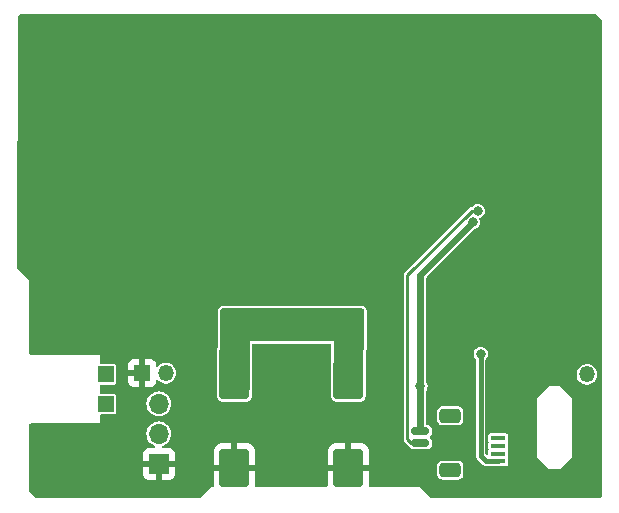
<source format=gbr>
%TF.GenerationSoftware,KiCad,Pcbnew,7.0.10*%
%TF.CreationDate,2024-04-23T21:04:17+10:00*%
%TF.ProjectId,cptibp8-pcb,63707469-6270-4382-9d70-63622e6b6963,rev?*%
%TF.SameCoordinates,Original*%
%TF.FileFunction,Copper,L1,Top*%
%TF.FilePolarity,Positive*%
%FSLAX46Y46*%
G04 Gerber Fmt 4.6, Leading zero omitted, Abs format (unit mm)*
G04 Created by KiCad (PCBNEW 7.0.10) date 2024-04-23 21:04:17*
%MOMM*%
%LPD*%
G01*
G04 APERTURE LIST*
G04 Aperture macros list*
%AMRoundRect*
0 Rectangle with rounded corners*
0 $1 Rounding radius*
0 $2 $3 $4 $5 $6 $7 $8 $9 X,Y pos of 4 corners*
0 Add a 4 corners polygon primitive as box body*
4,1,4,$2,$3,$4,$5,$6,$7,$8,$9,$2,$3,0*
0 Add four circle primitives for the rounded corners*
1,1,$1+$1,$2,$3*
1,1,$1+$1,$4,$5*
1,1,$1+$1,$6,$7*
1,1,$1+$1,$8,$9*
0 Add four rect primitives between the rounded corners*
20,1,$1+$1,$2,$3,$4,$5,0*
20,1,$1+$1,$4,$5,$6,$7,0*
20,1,$1+$1,$6,$7,$8,$9,0*
20,1,$1+$1,$8,$9,$2,$3,0*%
G04 Aperture macros list end*
%TA.AperFunction,ComponentPad*%
%ADD10R,1.350000X1.350000*%
%TD*%
%TA.AperFunction,ComponentPad*%
%ADD11O,1.350000X1.350000*%
%TD*%
%TA.AperFunction,SMDPad,CuDef*%
%ADD12RoundRect,0.250000X-1.000000X1.350000X-1.000000X-1.350000X1.000000X-1.350000X1.000000X1.350000X0*%
%TD*%
%TA.AperFunction,ComponentPad*%
%ADD13R,1.700000X1.700000*%
%TD*%
%TA.AperFunction,ComponentPad*%
%ADD14O,1.700000X1.700000*%
%TD*%
%TA.AperFunction,SMDPad,CuDef*%
%ADD15RoundRect,0.150000X-0.625000X0.150000X-0.625000X-0.150000X0.625000X-0.150000X0.625000X0.150000X0*%
%TD*%
%TA.AperFunction,SMDPad,CuDef*%
%ADD16RoundRect,0.250000X-0.650000X0.350000X-0.650000X-0.350000X0.650000X-0.350000X0.650000X0.350000X0*%
%TD*%
%TA.AperFunction,SMDPad,CuDef*%
%ADD17R,1.300000X0.400000*%
%TD*%
%TA.AperFunction,ComponentPad*%
%ADD18O,2.216000X1.108000*%
%TD*%
%TA.AperFunction,ComponentPad*%
%ADD19O,1.108000X2.216000*%
%TD*%
%TA.AperFunction,ViaPad*%
%ADD20C,0.800000*%
%TD*%
%TA.AperFunction,Conductor*%
%ADD21C,0.600000*%
%TD*%
%TA.AperFunction,Conductor*%
%ADD22C,0.250000*%
%TD*%
%TA.AperFunction,Conductor*%
%ADD23C,0.400000*%
%TD*%
G04 APERTURE END LIST*
D10*
%TO.P,J1,1,Pin_1*%
%TO.N,/VAC2*%
X8000000Y-35000000D03*
%TD*%
%TO.P,J2,1,Pin_1*%
%TO.N,/GND*%
X11100000Y-32400000D03*
D11*
%TO.P,J2,2,Pin_2*%
%TO.N,/VOUT*%
X13100000Y-32400000D03*
%TD*%
D12*
%TO.P,C8,1*%
%TO.N,/VINDC*%
X18900000Y-33000000D03*
%TO.P,C8,2*%
%TO.N,/GND*%
X18900000Y-40400000D03*
%TD*%
D13*
%TO.P,J4,1,Pin_1*%
%TO.N,/GND*%
X12500000Y-40080000D03*
D14*
%TO.P,J4,2,Pin_2*%
%TO.N,unconnected-(J4-Pin_2-Pad2)*%
X12500000Y-37540000D03*
%TO.P,J4,3,Pin_3*%
%TO.N,/VOUT*%
X12500000Y-35000000D03*
%TD*%
D10*
%TO.P,J5,1,Pin_1*%
%TO.N,/VAC1*%
X8000000Y-32500000D03*
%TD*%
D15*
%TO.P,BT1,1,Pin_1*%
%TO.N,/B+*%
X34650000Y-37300000D03*
%TO.P,BT1,2,Pin_2*%
%TO.N,/TS*%
X34650000Y-38300000D03*
%TO.P,BT1,3,Pin_3*%
%TO.N,/GND*%
X34650000Y-39300000D03*
D16*
%TO.P,BT1,MP*%
%TO.N,N/C*%
X37175000Y-36000000D03*
X37175000Y-40600000D03*
%TD*%
D17*
%TO.P,J7,1,VBUS*%
%TO.N,/VBUS1*%
X41250000Y-39850000D03*
%TO.P,J7,2,D-*%
%TO.N,unconnected-(J7-D--Pad2)*%
X41250000Y-39200000D03*
%TO.P,J7,3,D+*%
%TO.N,unconnected-(J7-D+-Pad3)*%
X41250000Y-38550000D03*
%TO.P,J7,4,ID*%
%TO.N,unconnected-(J7-ID-Pad4)*%
X41250000Y-37900000D03*
%TO.P,J7,5,GND*%
%TO.N,/GND*%
X41250000Y-37250000D03*
D18*
%TO.P,J7,SH1,SHIELD*%
X42560000Y-42160000D03*
D19*
%TO.P,J7,SH2,SHIELD__1*%
X43900000Y-39750000D03*
%TO.P,J7,SH3,SHIELD__2*%
X43900000Y-37350000D03*
D18*
%TO.P,J7,SH4,SHIELD__3*%
X42560000Y-34940000D03*
%TD*%
D10*
%TO.P,J3,1,Pin_1*%
%TO.N,/GND*%
X48750000Y-34500000D03*
D11*
%TO.P,J3,2,Pin_2*%
%TO.N,/VCC*%
X48750000Y-32500000D03*
%TD*%
D12*
%TO.P,C10,1*%
%TO.N,/VINDC*%
X28550000Y-33000000D03*
%TO.P,C10,2*%
%TO.N,/GND*%
X28550000Y-40400000D03*
%TD*%
D20*
%TO.N,/B+*%
X34650000Y-33500000D03*
X39100000Y-19600000D03*
%TO.N,/GND*%
X26500000Y-30500000D03*
X8800000Y-37300000D03*
X25275000Y-34100000D03*
X13500000Y-17800000D03*
X36000000Y-32250000D03*
X48000000Y-25250000D03*
X23075000Y-37700000D03*
X22800000Y-18200000D03*
X13500000Y-29350000D03*
X25275000Y-35300000D03*
X48700000Y-41700000D03*
X21200000Y-18200000D03*
X44000000Y-15000000D03*
X15150000Y-34350000D03*
X41750000Y-22750000D03*
X3950000Y-30050000D03*
X13700000Y-42400000D03*
X21100000Y-15600000D03*
X9500000Y-28750000D03*
X5000000Y-4000000D03*
X24200000Y-24800000D03*
X30500000Y-36750000D03*
X17200000Y-25900000D03*
X45250000Y-23250000D03*
X38000000Y-29500000D03*
X26000000Y-4000000D03*
X31000000Y-20000000D03*
X25500000Y-21100000D03*
X30800000Y-41100000D03*
X24175000Y-36400000D03*
X38500000Y-26000000D03*
X19500000Y-25900000D03*
X7000000Y-27000000D03*
X21900000Y-25900000D03*
X35000000Y-15000000D03*
X21975000Y-36400000D03*
X30800000Y-39850000D03*
X5000000Y-10000000D03*
X19600000Y-18200000D03*
X31000000Y-27000000D03*
X24300000Y-21400000D03*
X45000000Y-4000000D03*
X33750000Y-19750000D03*
X23075000Y-36400000D03*
%TO.N,/TS*%
X39500000Y-18650000D03*
%TO.N,/VINDC*%
X23700000Y-27600000D03*
X20100000Y-27600000D03*
X18400000Y-27600000D03*
X21900000Y-27600000D03*
%TO.N,/VBUS1*%
X39750000Y-30750000D03*
%TD*%
D21*
%TO.N,/B+*%
X34650000Y-33500000D02*
X34650000Y-24050000D01*
X34650000Y-24050000D02*
X39100000Y-19600000D01*
X34650000Y-33500000D02*
X34650000Y-37300000D01*
D22*
%TO.N,/TS*%
X39024695Y-18650000D02*
X33550000Y-24124695D01*
X33875001Y-38300000D02*
X34650000Y-38300000D01*
X33550000Y-37974999D02*
X33875001Y-38300000D01*
X33550000Y-24124695D02*
X33550000Y-37974999D01*
X39500000Y-18650000D02*
X39024695Y-18650000D01*
D23*
%TO.N,/VBUS1*%
X40200000Y-39850000D02*
X41250000Y-39850000D01*
X39750000Y-39400000D02*
X40200000Y-39850000D01*
X39750000Y-30750000D02*
X39750000Y-39400000D01*
%TD*%
%TA.AperFunction,Conductor*%
%TO.N,/VINDC*%
G36*
X29656097Y-26901936D02*
G01*
X29683253Y-26907386D01*
X29723453Y-26915456D01*
X29759403Y-26930496D01*
X29808005Y-26963344D01*
X29835363Y-26991089D01*
X29867525Y-27040152D01*
X29882058Y-27076311D01*
X29894629Y-27143852D01*
X29896290Y-27163361D01*
X29803608Y-33743859D01*
X29801470Y-33762974D01*
X29787485Y-33829016D01*
X29772461Y-33864232D01*
X29740006Y-33911890D01*
X29712743Y-33938770D01*
X29664632Y-33970550D01*
X29629211Y-33985076D01*
X29562975Y-33998131D01*
X29543831Y-34000000D01*
X27559752Y-34000000D01*
X27540438Y-33998098D01*
X27518067Y-33993648D01*
X27473641Y-33984811D01*
X27437954Y-33970028D01*
X27389596Y-33937716D01*
X27362283Y-33910403D01*
X27329971Y-33862045D01*
X27315188Y-33826356D01*
X27301902Y-33759561D01*
X27300000Y-33740248D01*
X27300000Y-29950001D01*
X27300000Y-29950000D01*
X27300000Y-29700000D01*
X27050002Y-29700000D01*
X20449997Y-29700000D01*
X20200000Y-29700000D01*
X20200000Y-29949997D01*
X20200000Y-33740248D01*
X20198098Y-33759563D01*
X20184811Y-33826358D01*
X20170028Y-33862045D01*
X20137716Y-33910403D01*
X20110403Y-33937716D01*
X20062045Y-33970028D01*
X20026358Y-33984811D01*
X19975997Y-33994828D01*
X19959561Y-33998098D01*
X19940248Y-34000000D01*
X17863386Y-34000000D01*
X17843902Y-33998064D01*
X17776546Y-33984543D01*
X17740594Y-33969502D01*
X17691994Y-33936655D01*
X17664636Y-33908910D01*
X17632472Y-33859845D01*
X17617941Y-33823688D01*
X17606005Y-33759561D01*
X17605369Y-33756142D01*
X17603709Y-33736644D01*
X17696392Y-27156130D01*
X17698527Y-27137034D01*
X17712515Y-27070978D01*
X17727534Y-27035774D01*
X17759997Y-26988104D01*
X17787256Y-26961229D01*
X17835367Y-26929449D01*
X17870787Y-26914922D01*
X17937026Y-26901868D01*
X17956169Y-26900000D01*
X29636614Y-26900000D01*
X29656097Y-26901936D01*
G37*
%TD.AperFunction*%
%TD*%
%TA.AperFunction,Conductor*%
%TO.N,/GND*%
G36*
X49406008Y-2001901D02*
G01*
X49472803Y-2015188D01*
X49508490Y-2029970D01*
X49565113Y-2067804D01*
X49580116Y-2080116D01*
X49919883Y-2419883D01*
X49932195Y-2434886D01*
X49970029Y-2491509D01*
X49984811Y-2527195D01*
X49998098Y-2593990D01*
X50000000Y-2613305D01*
X50000000Y-42740248D01*
X49998098Y-42759563D01*
X49984811Y-42826358D01*
X49970028Y-42862045D01*
X49937716Y-42910403D01*
X49910403Y-42937716D01*
X49862045Y-42970028D01*
X49826358Y-42984811D01*
X49775997Y-42994828D01*
X49759561Y-42998098D01*
X49740248Y-43000000D01*
X35613305Y-43000000D01*
X35593992Y-42998098D01*
X35571644Y-42993653D01*
X35527195Y-42984811D01*
X35491509Y-42970029D01*
X35434886Y-42932195D01*
X35419883Y-42919883D01*
X35240248Y-42740248D01*
X34573223Y-42073223D01*
X34500000Y-42000000D01*
X34396447Y-42000000D01*
X30389195Y-42000000D01*
X30331004Y-41981093D01*
X30295040Y-41931593D01*
X30290708Y-41890938D01*
X30300000Y-41799987D01*
X30300000Y-41004274D01*
X36074500Y-41004274D01*
X36077353Y-41034694D01*
X36077355Y-41034703D01*
X36122207Y-41162883D01*
X36202845Y-41272144D01*
X36202847Y-41272146D01*
X36202850Y-41272150D01*
X36202853Y-41272152D01*
X36202855Y-41272154D01*
X36312116Y-41352792D01*
X36312117Y-41352792D01*
X36312118Y-41352793D01*
X36440301Y-41397646D01*
X36470725Y-41400499D01*
X36470727Y-41400500D01*
X36470734Y-41400500D01*
X37879273Y-41400500D01*
X37879273Y-41400499D01*
X37909699Y-41397646D01*
X38037882Y-41352793D01*
X38147150Y-41272150D01*
X38227793Y-41162882D01*
X38272646Y-41034699D01*
X38275499Y-41004273D01*
X38275500Y-41004273D01*
X38275500Y-40195727D01*
X38275499Y-40195725D01*
X38274868Y-40188998D01*
X38272646Y-40165301D01*
X38227793Y-40037118D01*
X38147150Y-39927850D01*
X38147146Y-39927847D01*
X38147144Y-39927845D01*
X38037883Y-39847207D01*
X37909703Y-39802355D01*
X37909694Y-39802353D01*
X37879274Y-39799500D01*
X37879266Y-39799500D01*
X36470734Y-39799500D01*
X36470725Y-39799500D01*
X36440305Y-39802353D01*
X36440296Y-39802355D01*
X36312116Y-39847207D01*
X36202855Y-39927845D01*
X36202845Y-39927855D01*
X36122207Y-40037116D01*
X36077355Y-40165296D01*
X36077353Y-40165305D01*
X36074500Y-40195725D01*
X36074500Y-41004274D01*
X30300000Y-41004274D01*
X30300000Y-40650001D01*
X30299999Y-40650000D01*
X26800002Y-40650000D01*
X26800001Y-40650001D01*
X26800001Y-41799985D01*
X26809293Y-41890938D01*
X26796398Y-41950749D01*
X26750810Y-41991558D01*
X26710806Y-42000000D01*
X20739195Y-42000000D01*
X20681004Y-41981093D01*
X20645040Y-41931593D01*
X20640708Y-41890938D01*
X20650000Y-41799987D01*
X20650000Y-40650001D01*
X20649999Y-40650000D01*
X17150002Y-40650000D01*
X17150001Y-40650001D01*
X17150001Y-41799986D01*
X17159949Y-41897371D01*
X17147054Y-41957182D01*
X17101465Y-41997990D01*
X17095106Y-42000000D01*
X17000000Y-42000000D01*
X16926780Y-42073219D01*
X16926777Y-42073222D01*
X16080115Y-42919883D01*
X16065113Y-42932195D01*
X16008490Y-42970029D01*
X15972804Y-42984811D01*
X15922865Y-42994744D01*
X15906007Y-42998098D01*
X15886695Y-43000000D01*
X2213305Y-43000000D01*
X2193992Y-42998098D01*
X2171644Y-42993653D01*
X2127195Y-42984811D01*
X2091509Y-42970029D01*
X2034886Y-42932195D01*
X2019883Y-42919883D01*
X1580116Y-42480116D01*
X1567804Y-42465113D01*
X1529970Y-42408490D01*
X1515188Y-42372802D01*
X1501902Y-42306007D01*
X1500000Y-42286694D01*
X1500000Y-40977824D01*
X11149999Y-40977824D01*
X11156401Y-41037370D01*
X11156403Y-41037381D01*
X11206646Y-41172088D01*
X11206647Y-41172090D01*
X11292807Y-41287184D01*
X11292815Y-41287192D01*
X11407909Y-41373352D01*
X11407911Y-41373353D01*
X11542618Y-41423596D01*
X11542629Y-41423598D01*
X11602176Y-41430000D01*
X12249999Y-41430000D01*
X12250000Y-41429999D01*
X12250000Y-40515501D01*
X12357685Y-40564680D01*
X12464237Y-40580000D01*
X12535763Y-40580000D01*
X12642315Y-40564680D01*
X12750000Y-40515501D01*
X12750000Y-41429999D01*
X12750001Y-41430000D01*
X13397824Y-41430000D01*
X13457370Y-41423598D01*
X13457381Y-41423596D01*
X13592088Y-41373353D01*
X13592090Y-41373352D01*
X13707184Y-41287192D01*
X13707192Y-41287184D01*
X13793352Y-41172090D01*
X13793353Y-41172088D01*
X13843596Y-41037381D01*
X13843598Y-41037370D01*
X13850000Y-40977824D01*
X13850000Y-40330001D01*
X13849999Y-40330000D01*
X12933686Y-40330000D01*
X12959493Y-40289844D01*
X13000000Y-40151889D01*
X13000000Y-40149999D01*
X17150000Y-40149999D01*
X17150001Y-40150000D01*
X18649999Y-40150000D01*
X18650000Y-40149999D01*
X19150000Y-40149999D01*
X19150001Y-40150000D01*
X20649998Y-40150000D01*
X20649999Y-40149999D01*
X26800000Y-40149999D01*
X26800001Y-40150000D01*
X28299999Y-40150000D01*
X28300000Y-40149999D01*
X28800000Y-40149999D01*
X28800001Y-40150000D01*
X30299998Y-40150000D01*
X30299999Y-40149999D01*
X30299999Y-39000013D01*
X30289507Y-38897312D01*
X30289504Y-38897300D01*
X30234356Y-38730875D01*
X30142319Y-38581659D01*
X30018340Y-38457680D01*
X29869124Y-38365643D01*
X29702693Y-38310493D01*
X29599987Y-38300000D01*
X28800001Y-38300000D01*
X28800000Y-38300001D01*
X28800000Y-40149999D01*
X28300000Y-40149999D01*
X28300000Y-38300001D01*
X28299999Y-38300000D01*
X27500013Y-38300000D01*
X27397312Y-38310492D01*
X27397300Y-38310495D01*
X27230875Y-38365643D01*
X27081659Y-38457680D01*
X26957680Y-38581659D01*
X26865643Y-38730875D01*
X26810493Y-38897306D01*
X26800000Y-39000012D01*
X26800000Y-40149999D01*
X20649999Y-40149999D01*
X20649999Y-39000013D01*
X20639507Y-38897312D01*
X20639504Y-38897300D01*
X20584356Y-38730875D01*
X20492319Y-38581659D01*
X20368340Y-38457680D01*
X20219124Y-38365643D01*
X20052693Y-38310493D01*
X19949987Y-38300000D01*
X19150001Y-38300000D01*
X19150000Y-38300001D01*
X19150000Y-40149999D01*
X18650000Y-40149999D01*
X18650000Y-38300001D01*
X18649999Y-38300000D01*
X17850013Y-38300000D01*
X17747312Y-38310492D01*
X17747300Y-38310495D01*
X17580875Y-38365643D01*
X17431659Y-38457680D01*
X17307680Y-38581659D01*
X17215643Y-38730875D01*
X17160493Y-38897306D01*
X17150000Y-39000012D01*
X17150000Y-40149999D01*
X13000000Y-40149999D01*
X13000000Y-40008111D01*
X12959493Y-39870156D01*
X12933686Y-39830000D01*
X13849999Y-39830000D01*
X13850000Y-39829999D01*
X13850000Y-39182175D01*
X13843598Y-39122629D01*
X13843596Y-39122618D01*
X13793353Y-38987911D01*
X13793352Y-38987909D01*
X13707192Y-38872815D01*
X13707184Y-38872807D01*
X13592090Y-38786647D01*
X13592088Y-38786646D01*
X13457381Y-38736403D01*
X13457370Y-38736401D01*
X13397824Y-38730000D01*
X12863361Y-38730000D01*
X12805170Y-38711093D01*
X12769206Y-38661593D01*
X12769206Y-38600407D01*
X12805170Y-38550907D01*
X12834623Y-38536263D01*
X12903954Y-38515232D01*
X13086450Y-38417685D01*
X13246410Y-38286410D01*
X13377685Y-38126450D01*
X13443241Y-38003805D01*
X33220736Y-38003805D01*
X33230795Y-38041349D01*
X33232664Y-38049778D01*
X33239411Y-38088044D01*
X33240164Y-38089347D01*
X33250054Y-38113223D01*
X33250443Y-38114678D01*
X33250446Y-38114684D01*
X33272732Y-38146511D01*
X33277372Y-38153794D01*
X33296806Y-38187454D01*
X33326569Y-38212428D01*
X33332938Y-38218263D01*
X33631731Y-38517056D01*
X33637565Y-38523423D01*
X33662546Y-38553194D01*
X33667526Y-38556069D01*
X33668087Y-38556393D01*
X33707530Y-38598651D01*
X33722394Y-38629056D01*
X33735802Y-38656483D01*
X33818517Y-38739198D01*
X33872285Y-38765483D01*
X33923604Y-38790572D01*
X33923605Y-38790572D01*
X33923607Y-38790573D01*
X33991740Y-38800500D01*
X33991743Y-38800500D01*
X35308257Y-38800500D01*
X35308260Y-38800500D01*
X35376393Y-38790573D01*
X35481483Y-38739198D01*
X35564198Y-38656483D01*
X35615573Y-38551393D01*
X35625500Y-38483260D01*
X35625500Y-38116740D01*
X35615573Y-38048607D01*
X35564198Y-37943517D01*
X35490682Y-37870001D01*
X35462907Y-37815487D01*
X35472478Y-37755055D01*
X35490681Y-37729999D01*
X35564198Y-37656483D01*
X35615573Y-37551393D01*
X35625500Y-37483260D01*
X35625500Y-37116740D01*
X35615573Y-37048607D01*
X35564198Y-36943517D01*
X35481483Y-36860802D01*
X35479333Y-36859751D01*
X35376395Y-36809427D01*
X35349139Y-36805456D01*
X35308260Y-36799500D01*
X35308257Y-36799500D01*
X35249500Y-36799500D01*
X35191309Y-36780593D01*
X35155345Y-36731093D01*
X35150500Y-36700500D01*
X35150500Y-36404274D01*
X36074500Y-36404274D01*
X36077353Y-36434694D01*
X36077355Y-36434703D01*
X36122207Y-36562883D01*
X36202845Y-36672144D01*
X36202847Y-36672146D01*
X36202850Y-36672150D01*
X36202853Y-36672152D01*
X36202855Y-36672154D01*
X36312116Y-36752792D01*
X36312117Y-36752792D01*
X36312118Y-36752793D01*
X36440301Y-36797646D01*
X36470725Y-36800499D01*
X36470727Y-36800500D01*
X36470734Y-36800500D01*
X37879273Y-36800500D01*
X37879273Y-36800499D01*
X37909699Y-36797646D01*
X38037882Y-36752793D01*
X38147150Y-36672150D01*
X38227793Y-36562882D01*
X38272646Y-36434699D01*
X38275499Y-36404273D01*
X38275500Y-36404273D01*
X38275500Y-35595727D01*
X38275499Y-35595725D01*
X38272646Y-35565301D01*
X38227793Y-35437118D01*
X38147150Y-35327850D01*
X38147146Y-35327847D01*
X38147144Y-35327845D01*
X38037883Y-35247207D01*
X37909703Y-35202355D01*
X37909694Y-35202353D01*
X37879274Y-35199500D01*
X37879266Y-35199500D01*
X36470734Y-35199500D01*
X36470725Y-35199500D01*
X36440305Y-35202353D01*
X36440296Y-35202355D01*
X36312116Y-35247207D01*
X36202855Y-35327845D01*
X36202845Y-35327855D01*
X36122207Y-35437116D01*
X36077355Y-35565296D01*
X36077353Y-35565305D01*
X36074500Y-35595725D01*
X36074500Y-36404274D01*
X35150500Y-36404274D01*
X35150500Y-33867771D01*
X35169407Y-33809580D01*
X35170960Y-33807501D01*
X35171533Y-33806754D01*
X35174536Y-33802841D01*
X35235044Y-33656762D01*
X35255682Y-33500000D01*
X35235044Y-33343238D01*
X35174536Y-33197159D01*
X35174534Y-33197154D01*
X35170955Y-33192490D01*
X35150534Y-33134814D01*
X35150500Y-33132227D01*
X35150500Y-30750000D01*
X39144318Y-30750000D01*
X39164955Y-30906758D01*
X39164957Y-30906766D01*
X39225462Y-31052838D01*
X39225462Y-31052839D01*
X39325668Y-31183431D01*
X39324283Y-31184493D01*
X39348279Y-31231569D01*
X39349500Y-31247071D01*
X39349500Y-39463437D01*
X39356953Y-39486374D01*
X39360579Y-39501474D01*
X39364354Y-39525306D01*
X39375301Y-39546788D01*
X39381247Y-39561142D01*
X39388703Y-39584088D01*
X39388702Y-39584088D01*
X39402884Y-39603608D01*
X39410997Y-39616847D01*
X39421950Y-39638342D01*
X39421951Y-39638343D01*
X39442030Y-39658423D01*
X39442031Y-39658423D01*
X39442032Y-39658424D01*
X39442031Y-39658424D01*
X39871949Y-40088341D01*
X39871950Y-40088343D01*
X39933607Y-40149999D01*
X39961658Y-40178050D01*
X39983152Y-40189001D01*
X39996398Y-40197119D01*
X40015905Y-40211293D01*
X40015906Y-40211293D01*
X40015910Y-40211296D01*
X40038849Y-40218748D01*
X40053201Y-40224694D01*
X40074691Y-40235644D01*
X40074693Y-40235644D01*
X40074696Y-40235646D01*
X40098517Y-40239418D01*
X40113613Y-40243042D01*
X40136567Y-40250500D01*
X40136569Y-40250500D01*
X41919747Y-40250500D01*
X41919748Y-40250500D01*
X41978231Y-40238867D01*
X42044552Y-40194552D01*
X42088867Y-40128231D01*
X42100500Y-40069748D01*
X42100500Y-39630252D01*
X42088867Y-39571769D01*
X42088864Y-39571765D01*
X42085187Y-39562887D01*
X42080386Y-39501890D01*
X42081000Y-39500000D01*
X44500000Y-39500000D01*
X45500000Y-40500000D01*
X45500001Y-40500000D01*
X46499999Y-40500000D01*
X46500000Y-40500000D01*
X47500000Y-39500000D01*
X47500000Y-34500000D01*
X46500000Y-33500000D01*
X45500000Y-33500000D01*
X44500000Y-34500000D01*
X44500000Y-39500000D01*
X42081000Y-39500000D01*
X42085187Y-39487113D01*
X42088863Y-39478236D01*
X42088867Y-39478231D01*
X42100500Y-39419748D01*
X42100500Y-38980252D01*
X42088867Y-38921769D01*
X42088864Y-38921765D01*
X42085187Y-38912887D01*
X42080386Y-38851890D01*
X42085187Y-38837113D01*
X42088863Y-38828236D01*
X42088867Y-38828231D01*
X42100500Y-38769748D01*
X42100500Y-38330252D01*
X42088867Y-38271769D01*
X42088864Y-38271765D01*
X42085187Y-38262887D01*
X42080386Y-38201890D01*
X42085187Y-38187113D01*
X42088863Y-38178236D01*
X42088867Y-38178231D01*
X42100500Y-38119748D01*
X42100500Y-37680252D01*
X42088867Y-37621769D01*
X42044552Y-37555448D01*
X42044548Y-37555445D01*
X41978233Y-37511134D01*
X41978231Y-37511133D01*
X41978228Y-37511132D01*
X41978227Y-37511132D01*
X41919758Y-37499501D01*
X41919748Y-37499500D01*
X40580252Y-37499500D01*
X40580251Y-37499500D01*
X40580241Y-37499501D01*
X40521772Y-37511132D01*
X40521766Y-37511134D01*
X40455451Y-37555445D01*
X40455445Y-37555451D01*
X40411134Y-37621766D01*
X40411132Y-37621772D01*
X40399501Y-37680241D01*
X40399500Y-37680253D01*
X40399500Y-38119746D01*
X40399501Y-38119758D01*
X40411132Y-38178230D01*
X40414814Y-38187119D01*
X40419611Y-38248116D01*
X40414814Y-38262881D01*
X40411132Y-38271769D01*
X40399501Y-38330241D01*
X40399500Y-38330253D01*
X40399500Y-38769746D01*
X40399501Y-38769758D01*
X40411132Y-38828230D01*
X40414814Y-38837119D01*
X40419611Y-38898116D01*
X40414814Y-38912881D01*
X40411132Y-38921769D01*
X40399501Y-38980241D01*
X40399500Y-38980253D01*
X40399500Y-39244100D01*
X40380593Y-39302291D01*
X40331093Y-39338255D01*
X40269907Y-39338255D01*
X40230497Y-39314104D01*
X40179495Y-39263102D01*
X40151719Y-39208587D01*
X40150500Y-39193100D01*
X40150500Y-32500000D01*
X47869678Y-32500000D01*
X47888916Y-32683034D01*
X47945784Y-32858054D01*
X47945790Y-32858068D01*
X47990861Y-32936131D01*
X48037805Y-33017440D01*
X48132693Y-33122824D01*
X48143488Y-33134814D01*
X48160950Y-33154207D01*
X48309839Y-33262381D01*
X48309843Y-33262383D01*
X48309845Y-33262384D01*
X48365485Y-33287156D01*
X48477966Y-33337236D01*
X48657981Y-33375500D01*
X48657983Y-33375500D01*
X48842017Y-33375500D01*
X48842019Y-33375500D01*
X49022034Y-33337236D01*
X49190161Y-33262381D01*
X49339050Y-33154207D01*
X49462195Y-33017440D01*
X49554214Y-32858059D01*
X49611085Y-32683029D01*
X49630322Y-32500000D01*
X49611085Y-32316971D01*
X49554214Y-32141941D01*
X49554211Y-32141936D01*
X49554209Y-32141931D01*
X49480829Y-32014835D01*
X49462195Y-31982560D01*
X49339050Y-31845793D01*
X49190161Y-31737619D01*
X49190157Y-31737617D01*
X49190154Y-31737615D01*
X49022036Y-31662765D01*
X49022034Y-31662764D01*
X49022031Y-31662763D01*
X49022030Y-31662763D01*
X48975135Y-31652795D01*
X48842019Y-31624500D01*
X48657981Y-31624500D01*
X48560797Y-31645157D01*
X48477969Y-31662763D01*
X48477963Y-31662765D01*
X48309845Y-31737615D01*
X48309842Y-31737617D01*
X48309839Y-31737618D01*
X48309839Y-31737619D01*
X48298587Y-31745794D01*
X48160948Y-31845794D01*
X48037803Y-31982562D01*
X48037803Y-31982563D01*
X47945790Y-32141931D01*
X47945784Y-32141945D01*
X47888916Y-32316965D01*
X47888915Y-32316969D01*
X47888915Y-32316971D01*
X47877974Y-32421073D01*
X47869678Y-32500000D01*
X40150500Y-32500000D01*
X40150500Y-31247071D01*
X40169407Y-31188880D01*
X40176715Y-31180324D01*
X40178282Y-31178282D01*
X40274536Y-31052841D01*
X40335044Y-30906762D01*
X40355682Y-30750000D01*
X40335044Y-30593238D01*
X40274537Y-30447161D01*
X40274537Y-30447160D01*
X40178286Y-30321723D01*
X40178285Y-30321722D01*
X40178282Y-30321718D01*
X40178277Y-30321714D01*
X40178276Y-30321713D01*
X40052838Y-30225462D01*
X39906766Y-30164957D01*
X39906758Y-30164955D01*
X39750001Y-30144318D01*
X39749999Y-30144318D01*
X39593241Y-30164955D01*
X39593233Y-30164957D01*
X39447161Y-30225462D01*
X39447160Y-30225462D01*
X39321723Y-30321713D01*
X39321713Y-30321723D01*
X39225462Y-30447160D01*
X39225462Y-30447161D01*
X39164957Y-30593233D01*
X39164955Y-30593241D01*
X39144318Y-30749999D01*
X39144318Y-30750000D01*
X35150500Y-30750000D01*
X35150500Y-24298320D01*
X35169407Y-24240129D01*
X35179490Y-24228322D01*
X39193854Y-20213957D01*
X39248369Y-20186182D01*
X39250859Y-20185820D01*
X39256762Y-20185044D01*
X39402841Y-20124536D01*
X39528282Y-20028282D01*
X39624536Y-19902841D01*
X39685044Y-19756762D01*
X39705682Y-19600000D01*
X39685044Y-19443238D01*
X39645179Y-19346997D01*
X39640379Y-19286001D01*
X39672349Y-19233832D01*
X39698757Y-19217648D01*
X39802841Y-19174536D01*
X39928282Y-19078282D01*
X40024536Y-18952841D01*
X40085044Y-18806762D01*
X40105682Y-18650000D01*
X40085044Y-18493238D01*
X40057429Y-18426570D01*
X40024537Y-18347161D01*
X40024537Y-18347160D01*
X39928286Y-18221723D01*
X39928285Y-18221722D01*
X39928282Y-18221718D01*
X39928277Y-18221714D01*
X39928276Y-18221713D01*
X39802838Y-18125462D01*
X39656766Y-18064957D01*
X39656758Y-18064955D01*
X39500001Y-18044318D01*
X39499999Y-18044318D01*
X39343241Y-18064955D01*
X39343233Y-18064957D01*
X39197161Y-18125462D01*
X39197160Y-18125462D01*
X39071723Y-18221713D01*
X39071712Y-18221724D01*
X39016157Y-18294124D01*
X38965732Y-18328779D01*
X38963241Y-18329482D01*
X38958345Y-18330794D01*
X38949914Y-18332663D01*
X38911656Y-18339410D01*
X38911643Y-18339414D01*
X38910335Y-18340170D01*
X38886481Y-18350051D01*
X38885019Y-18350442D01*
X38885012Y-18350445D01*
X38885011Y-18350446D01*
X38853170Y-18372740D01*
X38845900Y-18377371D01*
X38812240Y-18396805D01*
X38787264Y-18426570D01*
X38781431Y-18432936D01*
X33332940Y-23881427D01*
X33326574Y-23887259D01*
X33296807Y-23912237D01*
X33296805Y-23912239D01*
X33277371Y-23945900D01*
X33272740Y-23953170D01*
X33250446Y-23985011D01*
X33250446Y-23985012D01*
X33250442Y-23985019D01*
X33250051Y-23986481D01*
X33240170Y-24010335D01*
X33239414Y-24011643D01*
X33239410Y-24011655D01*
X33232662Y-24049918D01*
X33230794Y-24058344D01*
X33220736Y-24095882D01*
X33220736Y-24095889D01*
X33224123Y-24134599D01*
X33224500Y-24143228D01*
X33224500Y-37956464D01*
X33224123Y-37965093D01*
X33220736Y-38003804D01*
X33220736Y-38003805D01*
X13443241Y-38003805D01*
X13475232Y-37943954D01*
X13535300Y-37745934D01*
X13535301Y-37745929D01*
X13555583Y-37540003D01*
X13555583Y-37539996D01*
X13535301Y-37334070D01*
X13535300Y-37334065D01*
X13517078Y-37273997D01*
X13475232Y-37136046D01*
X13377685Y-36953550D01*
X13369451Y-36943517D01*
X13252080Y-36800499D01*
X13246410Y-36793590D01*
X13203885Y-36758691D01*
X13086452Y-36662316D01*
X12903954Y-36564768D01*
X12705934Y-36504699D01*
X12705929Y-36504698D01*
X12500003Y-36484417D01*
X12499997Y-36484417D01*
X12294070Y-36504698D01*
X12294065Y-36504699D01*
X12096045Y-36564768D01*
X11913547Y-36662316D01*
X11753595Y-36793585D01*
X11753585Y-36793595D01*
X11622316Y-36953547D01*
X11524768Y-37136045D01*
X11464699Y-37334065D01*
X11464698Y-37334070D01*
X11444417Y-37539996D01*
X11444417Y-37540003D01*
X11464698Y-37745929D01*
X11464699Y-37745934D01*
X11524768Y-37943954D01*
X11622316Y-38126452D01*
X11753585Y-38286404D01*
X11753590Y-38286410D01*
X11753595Y-38286414D01*
X11913547Y-38417683D01*
X11913548Y-38417683D01*
X11913550Y-38417685D01*
X12096046Y-38515232D01*
X12165377Y-38536263D01*
X12215574Y-38571248D01*
X12235620Y-38629056D01*
X12217859Y-38687607D01*
X12169075Y-38724536D01*
X12136639Y-38730000D01*
X11602176Y-38730000D01*
X11542629Y-38736401D01*
X11542618Y-38736403D01*
X11407911Y-38786646D01*
X11407909Y-38786647D01*
X11292815Y-38872807D01*
X11292807Y-38872815D01*
X11206647Y-38987909D01*
X11206646Y-38987911D01*
X11156403Y-39122618D01*
X11156401Y-39122629D01*
X11150000Y-39182175D01*
X11150000Y-39829999D01*
X11150001Y-39830000D01*
X12066314Y-39830000D01*
X12040507Y-39870156D01*
X12000000Y-40008111D01*
X12000000Y-40151889D01*
X12040507Y-40289844D01*
X12066314Y-40330000D01*
X11150001Y-40330000D01*
X11150000Y-40330001D01*
X11150000Y-40977824D01*
X11149999Y-40977824D01*
X1500000Y-40977824D01*
X1500000Y-36859751D01*
X1501902Y-36840438D01*
X1511009Y-36794655D01*
X1515188Y-36773641D01*
X1529971Y-36737954D01*
X1534556Y-36731093D01*
X1562283Y-36689596D01*
X1589596Y-36662283D01*
X1593148Y-36659909D01*
X1637955Y-36629970D01*
X1673641Y-36615188D01*
X1708711Y-36608212D01*
X1740439Y-36601902D01*
X1759752Y-36600000D01*
X7249999Y-36600000D01*
X7250000Y-36600000D01*
X7500000Y-36600000D01*
X7500000Y-35974500D01*
X7518907Y-35916309D01*
X7568407Y-35880345D01*
X7599000Y-35875500D01*
X8694747Y-35875500D01*
X8694748Y-35875500D01*
X8753231Y-35863867D01*
X8819552Y-35819552D01*
X8863867Y-35753231D01*
X8875500Y-35694748D01*
X8875500Y-35000003D01*
X11444417Y-35000003D01*
X11464698Y-35205929D01*
X11464699Y-35205934D01*
X11524768Y-35403954D01*
X11622316Y-35586452D01*
X11715565Y-35700076D01*
X11753590Y-35746410D01*
X11761904Y-35753233D01*
X11913547Y-35877683D01*
X11913548Y-35877683D01*
X11913550Y-35877685D01*
X12096046Y-35975232D01*
X12227198Y-36015016D01*
X12294065Y-36035300D01*
X12294070Y-36035301D01*
X12499997Y-36055583D01*
X12500000Y-36055583D01*
X12500003Y-36055583D01*
X12705929Y-36035301D01*
X12705934Y-36035300D01*
X12903954Y-35975232D01*
X13086450Y-35877685D01*
X13246410Y-35746410D01*
X13377685Y-35586450D01*
X13475232Y-35403954D01*
X13535300Y-35205934D01*
X13535301Y-35205929D01*
X13555583Y-35000003D01*
X13555583Y-34999996D01*
X13535301Y-34794070D01*
X13535300Y-34794065D01*
X13498319Y-34672154D01*
X13475232Y-34596046D01*
X13377685Y-34413550D01*
X13370072Y-34404274D01*
X13246414Y-34253595D01*
X13246410Y-34253590D01*
X13238095Y-34246766D01*
X13086452Y-34122316D01*
X12903954Y-34024768D01*
X12705934Y-33964699D01*
X12705929Y-33964698D01*
X12500003Y-33944417D01*
X12499997Y-33944417D01*
X12294070Y-33964698D01*
X12294065Y-33964699D01*
X12096045Y-34024768D01*
X11913547Y-34122316D01*
X11753595Y-34253585D01*
X11753585Y-34253595D01*
X11622316Y-34413547D01*
X11524768Y-34596045D01*
X11464699Y-34794065D01*
X11464698Y-34794070D01*
X11444417Y-34999996D01*
X11444417Y-35000003D01*
X8875500Y-35000003D01*
X8875500Y-34305252D01*
X8874531Y-34300383D01*
X8872711Y-34291231D01*
X8863867Y-34246769D01*
X8819552Y-34180448D01*
X8819548Y-34180445D01*
X8753233Y-34136134D01*
X8753231Y-34136133D01*
X8753228Y-34136132D01*
X8753227Y-34136132D01*
X8694758Y-34124501D01*
X8694748Y-34124500D01*
X7599000Y-34124500D01*
X7540809Y-34105593D01*
X7504845Y-34056093D01*
X7500000Y-34025500D01*
X7500000Y-33733750D01*
X17398229Y-33733750D01*
X17398690Y-33746741D01*
X17398950Y-33754076D01*
X17398952Y-33754103D01*
X17400610Y-33773585D01*
X17403336Y-33793731D01*
X17415911Y-33861293D01*
X17427264Y-33900322D01*
X17427265Y-33900326D01*
X17442359Y-33937883D01*
X17449500Y-33974800D01*
X17449500Y-34404274D01*
X17452353Y-34434694D01*
X17452355Y-34434703D01*
X17497207Y-34562883D01*
X17577845Y-34672144D01*
X17577847Y-34672146D01*
X17577850Y-34672150D01*
X17577853Y-34672152D01*
X17577855Y-34672154D01*
X17687116Y-34752792D01*
X17687117Y-34752792D01*
X17687118Y-34752793D01*
X17815301Y-34797646D01*
X17845725Y-34800499D01*
X17845727Y-34800500D01*
X17845734Y-34800500D01*
X19954273Y-34800500D01*
X19954273Y-34800499D01*
X19984699Y-34797646D01*
X20112882Y-34752793D01*
X20222150Y-34672150D01*
X20302793Y-34562882D01*
X20347646Y-34434699D01*
X20350499Y-34404273D01*
X20350500Y-34404273D01*
X20350500Y-33982760D01*
X20359403Y-33943122D01*
X20358953Y-33942936D01*
X20361629Y-33936476D01*
X20374666Y-33905004D01*
X20386362Y-33866451D01*
X20399649Y-33799656D01*
X20402609Y-33779702D01*
X20404511Y-33760387D01*
X20405500Y-33740248D01*
X20405500Y-30004500D01*
X20424407Y-29946309D01*
X20473907Y-29910345D01*
X20504500Y-29905500D01*
X26995500Y-29905500D01*
X27053691Y-29924407D01*
X27089655Y-29973907D01*
X27094500Y-30004500D01*
X27094500Y-33740243D01*
X27095489Y-33760395D01*
X27095489Y-33760396D01*
X27097389Y-33779689D01*
X27097390Y-33779696D01*
X27098429Y-33786698D01*
X27099500Y-33801224D01*
X27099500Y-34404274D01*
X27102353Y-34434694D01*
X27102355Y-34434703D01*
X27147207Y-34562883D01*
X27227845Y-34672144D01*
X27227847Y-34672146D01*
X27227850Y-34672150D01*
X27227853Y-34672152D01*
X27227855Y-34672154D01*
X27337116Y-34752792D01*
X27337117Y-34752792D01*
X27337118Y-34752793D01*
X27465301Y-34797646D01*
X27495725Y-34800499D01*
X27495727Y-34800500D01*
X27495734Y-34800500D01*
X29604273Y-34800500D01*
X29604273Y-34800499D01*
X29634699Y-34797646D01*
X29762882Y-34752793D01*
X29872150Y-34672150D01*
X29952793Y-34562882D01*
X29997646Y-34434699D01*
X30000499Y-34404273D01*
X30000500Y-34404273D01*
X30000500Y-33825412D01*
X30002456Y-33806754D01*
X30002321Y-33806733D01*
X30002324Y-33806711D01*
X30002295Y-33806706D01*
X30002506Y-33805571D01*
X30002512Y-33805546D01*
X30003462Y-33799665D01*
X30005695Y-33785828D01*
X30005697Y-33785817D01*
X30007835Y-33766702D01*
X30009088Y-33746753D01*
X30101770Y-27166255D01*
X30101049Y-27145928D01*
X30099388Y-27126419D01*
X30096659Y-27106249D01*
X30084088Y-27038708D01*
X30072734Y-26999675D01*
X30072731Y-26999666D01*
X30058204Y-26963523D01*
X30058203Y-26963521D01*
X30058201Y-26963516D01*
X30039390Y-26927490D01*
X30007228Y-26878427D01*
X29981690Y-26846803D01*
X29954332Y-26819058D01*
X29923077Y-26793083D01*
X29874475Y-26760235D01*
X29838714Y-26740917D01*
X29802766Y-26725878D01*
X29802760Y-26725876D01*
X29763905Y-26713978D01*
X29763892Y-26713974D01*
X29696529Y-26700453D01*
X29676433Y-26697445D01*
X29676401Y-26697441D01*
X29656940Y-26695507D01*
X29650160Y-26695171D01*
X29636614Y-26694500D01*
X17956169Y-26694500D01*
X17956158Y-26694500D01*
X17936221Y-26695469D01*
X17917061Y-26697339D01*
X17897296Y-26700245D01*
X17831063Y-26713297D01*
X17831060Y-26713298D01*
X17792807Y-26724792D01*
X17757385Y-26739320D01*
X17757371Y-26739326D01*
X17722122Y-26757970D01*
X17722092Y-26757987D01*
X17673996Y-26789758D01*
X17673990Y-26789762D01*
X17642977Y-26814893D01*
X17642972Y-26814897D01*
X17615724Y-26841761D01*
X17590146Y-26872428D01*
X17557676Y-26920108D01*
X17557668Y-26920121D01*
X17538523Y-26955119D01*
X17523495Y-26990345D01*
X17516287Y-27013163D01*
X17511473Y-27028405D01*
X17511471Y-27028410D01*
X17511471Y-27028413D01*
X17497490Y-27094432D01*
X17497484Y-27094467D01*
X17494300Y-27114195D01*
X17492163Y-27133303D01*
X17490913Y-27153199D01*
X17490911Y-27153249D01*
X17403108Y-33387330D01*
X17398229Y-33733750D01*
X7500000Y-33733750D01*
X7500000Y-33474500D01*
X7518907Y-33416309D01*
X7568407Y-33380345D01*
X7599000Y-33375500D01*
X8694747Y-33375500D01*
X8694748Y-33375500D01*
X8753231Y-33363867D01*
X8819552Y-33319552D01*
X8863867Y-33253231D01*
X8875500Y-33194748D01*
X8875500Y-33122824D01*
X9924999Y-33122824D01*
X9931401Y-33182370D01*
X9931403Y-33182381D01*
X9981646Y-33317088D01*
X9981647Y-33317090D01*
X10067807Y-33432184D01*
X10067815Y-33432192D01*
X10182909Y-33518352D01*
X10182911Y-33518353D01*
X10317618Y-33568596D01*
X10317629Y-33568598D01*
X10377176Y-33575000D01*
X10849999Y-33575000D01*
X10850000Y-33574999D01*
X10850000Y-32715686D01*
X10861955Y-32727641D01*
X10974852Y-32785165D01*
X11068519Y-32800000D01*
X11131481Y-32800000D01*
X11225148Y-32785165D01*
X11338045Y-32727641D01*
X11350000Y-32715686D01*
X11350000Y-33574999D01*
X11350001Y-33575000D01*
X11822824Y-33575000D01*
X11882370Y-33568598D01*
X11882381Y-33568596D01*
X12017088Y-33518353D01*
X12017090Y-33518352D01*
X12132184Y-33432192D01*
X12132192Y-33432184D01*
X12218352Y-33317090D01*
X12218353Y-33317088D01*
X12268596Y-33182381D01*
X12268598Y-33182370D01*
X12275000Y-33122824D01*
X12275000Y-33050061D01*
X12293907Y-32991870D01*
X12343407Y-32955906D01*
X12404593Y-32955906D01*
X12447572Y-32983818D01*
X12510945Y-33054203D01*
X12510949Y-33054205D01*
X12510950Y-33054207D01*
X12659839Y-33162381D01*
X12659843Y-33162383D01*
X12659845Y-33162384D01*
X12704735Y-33182370D01*
X12827966Y-33237236D01*
X13007981Y-33275500D01*
X13007983Y-33275500D01*
X13192017Y-33275500D01*
X13192019Y-33275500D01*
X13372034Y-33237236D01*
X13540161Y-33162381D01*
X13689050Y-33054207D01*
X13812195Y-32917440D01*
X13904214Y-32758059D01*
X13961085Y-32583029D01*
X13980322Y-32400000D01*
X13961085Y-32216971D01*
X13904214Y-32041941D01*
X13904211Y-32041936D01*
X13904209Y-32041931D01*
X13852927Y-31953109D01*
X13812195Y-31882560D01*
X13692782Y-31749938D01*
X13689051Y-31745794D01*
X13677799Y-31737619D01*
X13540161Y-31637619D01*
X13540157Y-31637617D01*
X13540154Y-31637615D01*
X13372036Y-31562765D01*
X13372034Y-31562764D01*
X13372031Y-31562763D01*
X13372030Y-31562763D01*
X13286745Y-31544635D01*
X13192019Y-31524500D01*
X13007981Y-31524500D01*
X12913255Y-31544635D01*
X12827969Y-31562763D01*
X12827963Y-31562765D01*
X12659845Y-31637615D01*
X12659842Y-31637617D01*
X12510948Y-31745794D01*
X12447572Y-31816182D01*
X12394584Y-31846775D01*
X12333733Y-31840379D01*
X12288264Y-31799438D01*
X12275000Y-31749938D01*
X12275000Y-31677175D01*
X12268598Y-31617629D01*
X12268596Y-31617618D01*
X12218353Y-31482911D01*
X12218352Y-31482909D01*
X12132192Y-31367815D01*
X12132184Y-31367807D01*
X12017090Y-31281647D01*
X12017088Y-31281646D01*
X11882381Y-31231403D01*
X11882370Y-31231401D01*
X11822824Y-31225000D01*
X11350001Y-31225000D01*
X11350000Y-31225001D01*
X11350000Y-32084314D01*
X11338045Y-32072359D01*
X11225148Y-32014835D01*
X11131481Y-32000000D01*
X11068519Y-32000000D01*
X10974852Y-32014835D01*
X10861955Y-32072359D01*
X10850000Y-32084314D01*
X10850000Y-31225001D01*
X10849999Y-31225000D01*
X10377176Y-31225000D01*
X10317629Y-31231401D01*
X10317618Y-31231403D01*
X10182911Y-31281646D01*
X10182909Y-31281647D01*
X10067815Y-31367807D01*
X10067807Y-31367815D01*
X9981647Y-31482909D01*
X9981646Y-31482911D01*
X9931403Y-31617618D01*
X9931401Y-31617629D01*
X9925000Y-31677175D01*
X9925000Y-32149999D01*
X9925001Y-32150000D01*
X10784314Y-32150000D01*
X10772359Y-32161955D01*
X10714835Y-32274852D01*
X10695014Y-32400000D01*
X10714835Y-32525148D01*
X10772359Y-32638045D01*
X10784314Y-32650000D01*
X9925001Y-32650000D01*
X9925000Y-32650001D01*
X9925000Y-33122824D01*
X9924999Y-33122824D01*
X8875500Y-33122824D01*
X8875500Y-31805252D01*
X8874531Y-31800383D01*
X8864497Y-31749938D01*
X8863867Y-31746769D01*
X8819552Y-31680448D01*
X8793088Y-31662765D01*
X8753233Y-31636134D01*
X8753231Y-31636133D01*
X8753228Y-31636132D01*
X8753227Y-31636132D01*
X8694758Y-31624501D01*
X8694748Y-31624500D01*
X7599000Y-31624500D01*
X7540809Y-31605593D01*
X7504845Y-31556093D01*
X7500000Y-31525500D01*
X7500000Y-31150001D01*
X7500000Y-30900000D01*
X7250002Y-30900000D01*
X1759752Y-30900000D01*
X1740438Y-30898098D01*
X1718067Y-30893648D01*
X1673641Y-30884811D01*
X1637954Y-30870028D01*
X1589596Y-30837716D01*
X1562283Y-30810403D01*
X1529971Y-30762045D01*
X1515188Y-30726356D01*
X1501902Y-30659561D01*
X1500000Y-30640248D01*
X1500000Y-24603554D01*
X1500000Y-24603553D01*
X1500000Y-24500000D01*
X580638Y-23580638D01*
X568262Y-23565539D01*
X530278Y-23508548D01*
X515494Y-23472619D01*
X502365Y-23405392D01*
X500530Y-23385962D01*
X598797Y-2258546D01*
X600776Y-2239317D01*
X614297Y-2172761D01*
X629157Y-2137234D01*
X661522Y-2089101D01*
X688814Y-2061936D01*
X737096Y-2029797D01*
X772694Y-2015100D01*
X811110Y-2007482D01*
X839305Y-2001891D01*
X858562Y-2000000D01*
X49386695Y-2000000D01*
X49406008Y-2001901D01*
G37*
%TD.AperFunction*%
%TD*%
M02*

</source>
